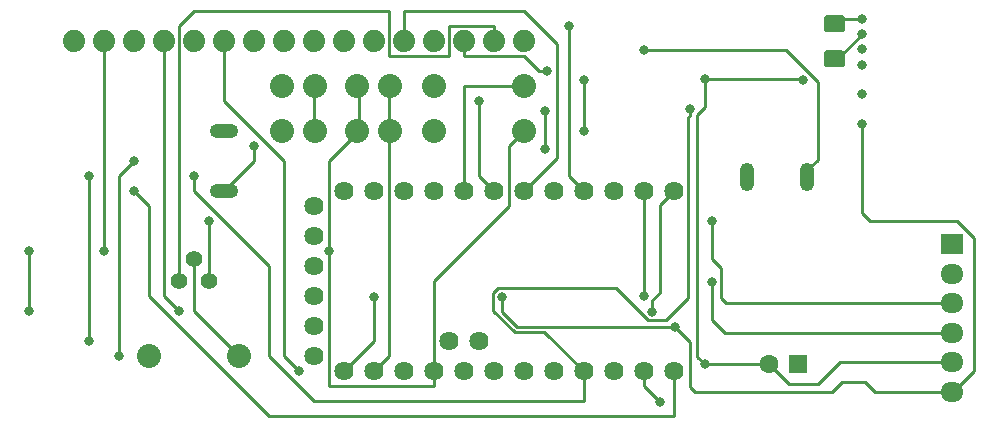
<source format=gtl>
G04 #@! TF.GenerationSoftware,KiCad,Pcbnew,(5.0.0)*
G04 #@! TF.CreationDate,2018-10-11T21:25:17+02:00*
G04 #@! TF.ProjectId,canbus,63616E6275732E6B696361645F706362,rev?*
G04 #@! TF.SameCoordinates,Original*
G04 #@! TF.FileFunction,Copper,L1,Top,Signal*
G04 #@! TF.FilePolarity,Positive*
%FSLAX46Y46*%
G04 Gerber Fmt 4.6, Leading zero omitted, Abs format (unit mm)*
G04 Created by KiCad (PCBNEW (5.0.0)) date 10/11/18 21:25:17*
%MOMM*%
%LPD*%
G01*
G04 APERTURE LIST*
G04 #@! TA.AperFunction,ComponentPad*
%ADD10O,1.219200X2.438400*%
G04 #@! TD*
G04 #@! TA.AperFunction,ComponentPad*
%ADD11C,2.032000*%
G04 #@! TD*
G04 #@! TA.AperFunction,ComponentPad*
%ADD12C,1.625600*%
G04 #@! TD*
G04 #@! TA.AperFunction,ComponentPad*
%ADD13O,1.950000X1.700000*%
G04 #@! TD*
G04 #@! TA.AperFunction,ComponentPad*
%ADD14R,1.950000X1.700000*%
G04 #@! TD*
G04 #@! TA.AperFunction,ComponentPad*
%ADD15R,1.600000X1.600000*%
G04 #@! TD*
G04 #@! TA.AperFunction,ComponentPad*
%ADD16C,1.600000*%
G04 #@! TD*
G04 #@! TA.AperFunction,ComponentPad*
%ADD17O,2.438400X1.219200*%
G04 #@! TD*
G04 #@! TA.AperFunction,ComponentPad*
%ADD18C,1.879600*%
G04 #@! TD*
G04 #@! TA.AperFunction,ComponentPad*
%ADD19C,1.422400*%
G04 #@! TD*
G04 #@! TA.AperFunction,Conductor*
%ADD20C,0.100000*%
G04 #@! TD*
G04 #@! TA.AperFunction,SMDPad,CuDef*
%ADD21C,1.425000*%
G04 #@! TD*
G04 #@! TA.AperFunction,ViaPad*
%ADD22C,0.800000*%
G04 #@! TD*
G04 #@! TA.AperFunction,Conductor*
%ADD23C,0.250000*%
G04 #@! TD*
G04 APERTURE END LIST*
D10*
G04 #@! TO.P,VQ2,1*
G04 #@! TO.N,Net-(C12-Pad2)*
X178257200Y-101600000D03*
G04 #@! TO.P,VQ2,2*
G04 #@! TO.N,Net-(C11-Pad2)*
X173177200Y-101600000D03*
G04 #@! TD*
D11*
G04 #@! TO.P,R1,P$2*
G04 #@! TO.N,VCC*
X154236100Y-97743600D03*
G04 #@! TO.P,R1,P$1*
G04 #@! TO.N,Net-(IC1-Pad17)*
X146616100Y-97743600D03*
G04 #@! TD*
G04 #@! TO.P,R3,P$1*
G04 #@! TO.N,VCC*
X146616100Y-93933600D03*
G04 #@! TO.P,R3,P$2*
G04 #@! TO.N,Net-(IC1-Pad12)*
X154236100Y-93933600D03*
G04 #@! TD*
G04 #@! TO.P,C1,2*
G04 #@! TO.N,GND*
X142918100Y-97743600D03*
G04 #@! TO.P,C1,1*
G04 #@! TO.N,VCC*
X140124100Y-97743600D03*
G04 #@! TD*
G04 #@! TO.P,C2,1*
G04 #@! TO.N,Net-(C2-Pad1)*
X133774100Y-93933600D03*
G04 #@! TO.P,C2,2*
G04 #@! TO.N,GND*
X136568100Y-93933600D03*
G04 #@! TD*
G04 #@! TO.P,C3,2*
G04 #@! TO.N,GND*
X136568100Y-97743600D03*
G04 #@! TO.P,C3,1*
G04 #@! TO.N,Net-(C3-Pad1)*
X133774100Y-97743600D03*
G04 #@! TD*
G04 #@! TO.P,C4,1*
G04 #@! TO.N,VCC*
X140124100Y-93933600D03*
G04 #@! TO.P,C4,2*
G04 #@! TO.N,GND*
X142918100Y-93933600D03*
G04 #@! TD*
D12*
G04 #@! TO.P,U$2,D10*
G04 #@! TO.N,Net-(IC1-Pad16)*
X166921100Y-118063600D03*
G04 #@! TO.P,U$2,D11*
G04 #@! TO.N,/MOSI*
X164381100Y-118063600D03*
G04 #@! TO.P,U$2,D12*
G04 #@! TO.N,/MISO*
X161841100Y-118063600D03*
G04 #@! TO.P,U$2,D13*
G04 #@! TO.N,/SCLK*
X159301100Y-118063600D03*
G04 #@! TO.P,U$2,A0*
G04 #@! TO.N,/E*
X156761100Y-118063600D03*
G04 #@! TO.P,U$2,A1*
G04 #@! TO.N,Net-(U$2-PadA1)*
X154221100Y-118063600D03*
G04 #@! TO.P,U$2,A2*
G04 #@! TO.N,Net-(U$2-PadA2)*
X151681100Y-118063600D03*
G04 #@! TO.P,U$2,A4*
G04 #@! TO.N,Net-(U$2-PadA4)*
X150411100Y-115523600D03*
G04 #@! TO.P,U$2,A3*
G04 #@! TO.N,Net-(U$2-PadA3)*
X149141100Y-118063600D03*
G04 #@! TO.P,U$2,A5*
G04 #@! TO.N,Net-(U$2-PadA5)*
X147871100Y-115523600D03*
G04 #@! TO.P,U$2,VCC1*
G04 #@! TO.N,VCC*
X146601100Y-118063600D03*
G04 #@! TO.P,U$2,RST1*
G04 #@! TO.N,Net-(U$2-PadRST1)*
X144061100Y-118063600D03*
G04 #@! TO.P,U$2,GND1*
G04 #@! TO.N,GND*
X141521100Y-118063600D03*
G04 #@! TO.P,U$2,RAW*
G04 #@! TO.N,/+12V*
X138981100Y-118063600D03*
G04 #@! TO.P,U$2,GRN*
G04 #@! TO.N,Net-(U$2-PadGRN)*
X136441100Y-116793600D03*
G04 #@! TO.P,U$2,TXO2*
G04 #@! TO.N,N/C*
X136441100Y-114253600D03*
G04 #@! TO.P,U$2,RXI2*
X136441100Y-111713600D03*
G04 #@! TO.P,U$2,VCC2*
X136441100Y-109173600D03*
G04 #@! TO.P,U$2,GND3*
X136441100Y-106633600D03*
G04 #@! TO.P,U$2,BLK*
X136441100Y-104093600D03*
G04 #@! TO.P,U$2,TXO*
G04 #@! TO.N,Net-(U$2-PadTXO)*
X138981100Y-102823600D03*
G04 #@! TO.P,U$2,RXI*
G04 #@! TO.N,Net-(U$2-PadRXI)*
X141521100Y-102823600D03*
G04 #@! TO.P,U$2,RST2*
G04 #@! TO.N,N/C*
X144061100Y-102823600D03*
G04 #@! TO.P,U$2,GND2*
X146601100Y-102823600D03*
G04 #@! TO.P,U$2,D2*
G04 #@! TO.N,Net-(IC1-Pad12)*
X149141100Y-102823600D03*
G04 #@! TO.P,U$2,D3*
G04 #@! TO.N,/DB4*
X151681100Y-102823600D03*
G04 #@! TO.P,U$2,D4*
G04 #@! TO.N,/DB5*
X154221100Y-102823600D03*
G04 #@! TO.P,U$2,D5*
G04 #@! TO.N,/DB6*
X156761100Y-102823600D03*
G04 #@! TO.P,U$2,D6*
G04 #@! TO.N,/VO*
X159301100Y-102823600D03*
G04 #@! TO.P,U$2,D7*
G04 #@! TO.N,/CS_VAN*
X161841100Y-102823600D03*
G04 #@! TO.P,U$2,D8*
G04 #@! TO.N,/RS*
X164381100Y-102823600D03*
G04 #@! TO.P,U$2,D9*
G04 #@! TO.N,Net-(R2-PadP$1)*
X166921100Y-102823600D03*
G04 #@! TD*
D13*
G04 #@! TO.P,J2,6*
G04 #@! TO.N,/+12V*
X190500000Y-119815000D03*
G04 #@! TO.P,J2,5*
G04 #@! TO.N,GND*
X190500000Y-117315000D03*
G04 #@! TO.P,J2,4*
G04 #@! TO.N,/CANH*
X190500000Y-114815000D03*
G04 #@! TO.P,J2,3*
G04 #@! TO.N,/CANL*
X190500000Y-112315000D03*
G04 #@! TO.P,J2,2*
G04 #@! TO.N,/DATA*
X190500000Y-109815000D03*
D14*
G04 #@! TO.P,J2,1*
G04 #@! TO.N,/DATAB*
X190500000Y-107315000D03*
G04 #@! TD*
D15*
G04 #@! TO.P,C14,1*
G04 #@! TO.N,Net-(C14-Pad1)*
X177495200Y-117449600D03*
D16*
G04 #@! TO.P,C14,2*
G04 #@! TO.N,GND*
X174995200Y-117449600D03*
G04 #@! TD*
D17*
G04 #@! TO.P,Q1,2*
G04 #@! TO.N,Net-(C2-Pad1)*
X128821100Y-97743600D03*
G04 #@! TO.P,Q1,1*
G04 #@! TO.N,Net-(C3-Pad1)*
X128821100Y-102823600D03*
G04 #@! TD*
D18*
G04 #@! TO.P,LCD1,1*
G04 #@! TO.N,GND*
X116121100Y-90123600D03*
G04 #@! TO.P,LCD1,2*
G04 #@! TO.N,VCC*
X118661100Y-90123600D03*
G04 #@! TO.P,LCD1,3*
G04 #@! TO.N,/VO*
X121201100Y-90123600D03*
G04 #@! TO.P,LCD1,4*
G04 #@! TO.N,/RS*
X123741100Y-90123600D03*
G04 #@! TO.P,LCD1,5*
G04 #@! TO.N,GND*
X126281100Y-90123600D03*
G04 #@! TO.P,LCD1,6*
G04 #@! TO.N,/E*
X128821100Y-90123600D03*
G04 #@! TO.P,LCD1,7*
G04 #@! TO.N,Net-(LCD1-Pad7)*
X131361100Y-90123600D03*
G04 #@! TO.P,LCD1,8*
G04 #@! TO.N,Net-(LCD1-Pad8)*
X133901100Y-90123600D03*
G04 #@! TO.P,LCD1,9*
G04 #@! TO.N,Net-(LCD1-Pad9)*
X136441100Y-90123600D03*
G04 #@! TO.P,LCD1,10*
G04 #@! TO.N,Net-(LCD1-Pad10)*
X138981100Y-90123600D03*
G04 #@! TO.P,LCD1,11*
G04 #@! TO.N,/DB4*
X141521100Y-90123600D03*
G04 #@! TO.P,LCD1,12*
G04 #@! TO.N,/DB5*
X144061100Y-90123600D03*
G04 #@! TO.P,LCD1,13*
G04 #@! TO.N,/DB6*
X146601100Y-90123600D03*
G04 #@! TO.P,LCD1,14*
G04 #@! TO.N,/CS_VAN*
X149141100Y-90123600D03*
G04 #@! TO.P,LCD1,15*
G04 #@! TO.N,/LED+*
X151681100Y-90123600D03*
G04 #@! TO.P,LCD1,16*
G04 #@! TO.N,GND*
X154221100Y-90123600D03*
G04 #@! TD*
D11*
G04 #@! TO.P,R2,P$2*
G04 #@! TO.N,Net-(Q2-Pad2)*
X130091100Y-116793600D03*
G04 #@! TO.P,R2,P$1*
G04 #@! TO.N,Net-(R2-PadP$1)*
X122471100Y-116793600D03*
G04 #@! TD*
D19*
G04 #@! TO.P,Q2,3*
G04 #@! TO.N,VCC*
X127551100Y-110443600D03*
G04 #@! TO.P,Q2,2*
G04 #@! TO.N,Net-(Q2-Pad2)*
X126281100Y-108538600D03*
G04 #@! TO.P,Q2,1*
G04 #@! TO.N,/LED+*
X125011100Y-110443600D03*
G04 #@! TD*
D20*
G04 #@! TO.N,Net-(C10-Pad2)*
G04 #@! TO.C,R8*
G36*
X181192704Y-90895404D02*
X181216973Y-90899004D01*
X181240771Y-90904965D01*
X181263871Y-90913230D01*
X181286049Y-90923720D01*
X181307093Y-90936333D01*
X181326798Y-90950947D01*
X181344977Y-90967423D01*
X181361453Y-90985602D01*
X181376067Y-91005307D01*
X181388680Y-91026351D01*
X181399170Y-91048529D01*
X181407435Y-91071629D01*
X181413396Y-91095427D01*
X181416996Y-91119696D01*
X181418200Y-91144200D01*
X181418200Y-92069200D01*
X181416996Y-92093704D01*
X181413396Y-92117973D01*
X181407435Y-92141771D01*
X181399170Y-92164871D01*
X181388680Y-92187049D01*
X181376067Y-92208093D01*
X181361453Y-92227798D01*
X181344977Y-92245977D01*
X181326798Y-92262453D01*
X181307093Y-92277067D01*
X181286049Y-92289680D01*
X181263871Y-92300170D01*
X181240771Y-92308435D01*
X181216973Y-92314396D01*
X181192704Y-92317996D01*
X181168200Y-92319200D01*
X179918200Y-92319200D01*
X179893696Y-92317996D01*
X179869427Y-92314396D01*
X179845629Y-92308435D01*
X179822529Y-92300170D01*
X179800351Y-92289680D01*
X179779307Y-92277067D01*
X179759602Y-92262453D01*
X179741423Y-92245977D01*
X179724947Y-92227798D01*
X179710333Y-92208093D01*
X179697720Y-92187049D01*
X179687230Y-92164871D01*
X179678965Y-92141771D01*
X179673004Y-92117973D01*
X179669404Y-92093704D01*
X179668200Y-92069200D01*
X179668200Y-91144200D01*
X179669404Y-91119696D01*
X179673004Y-91095427D01*
X179678965Y-91071629D01*
X179687230Y-91048529D01*
X179697720Y-91026351D01*
X179710333Y-91005307D01*
X179724947Y-90985602D01*
X179741423Y-90967423D01*
X179759602Y-90950947D01*
X179779307Y-90936333D01*
X179800351Y-90923720D01*
X179822529Y-90913230D01*
X179845629Y-90904965D01*
X179869427Y-90899004D01*
X179893696Y-90895404D01*
X179918200Y-90894200D01*
X181168200Y-90894200D01*
X181192704Y-90895404D01*
X181192704Y-90895404D01*
G37*
D21*
G04 #@! TD*
G04 #@! TO.P,R8,2*
G04 #@! TO.N,Net-(C10-Pad2)*
X180543200Y-91606700D03*
D20*
G04 #@! TO.N,/DATA*
G04 #@! TO.C,R8*
G36*
X181192704Y-87920404D02*
X181216973Y-87924004D01*
X181240771Y-87929965D01*
X181263871Y-87938230D01*
X181286049Y-87948720D01*
X181307093Y-87961333D01*
X181326798Y-87975947D01*
X181344977Y-87992423D01*
X181361453Y-88010602D01*
X181376067Y-88030307D01*
X181388680Y-88051351D01*
X181399170Y-88073529D01*
X181407435Y-88096629D01*
X181413396Y-88120427D01*
X181416996Y-88144696D01*
X181418200Y-88169200D01*
X181418200Y-89094200D01*
X181416996Y-89118704D01*
X181413396Y-89142973D01*
X181407435Y-89166771D01*
X181399170Y-89189871D01*
X181388680Y-89212049D01*
X181376067Y-89233093D01*
X181361453Y-89252798D01*
X181344977Y-89270977D01*
X181326798Y-89287453D01*
X181307093Y-89302067D01*
X181286049Y-89314680D01*
X181263871Y-89325170D01*
X181240771Y-89333435D01*
X181216973Y-89339396D01*
X181192704Y-89342996D01*
X181168200Y-89344200D01*
X179918200Y-89344200D01*
X179893696Y-89342996D01*
X179869427Y-89339396D01*
X179845629Y-89333435D01*
X179822529Y-89325170D01*
X179800351Y-89314680D01*
X179779307Y-89302067D01*
X179759602Y-89287453D01*
X179741423Y-89270977D01*
X179724947Y-89252798D01*
X179710333Y-89233093D01*
X179697720Y-89212049D01*
X179687230Y-89189871D01*
X179678965Y-89166771D01*
X179673004Y-89142973D01*
X179669404Y-89118704D01*
X179668200Y-89094200D01*
X179668200Y-88169200D01*
X179669404Y-88144696D01*
X179673004Y-88120427D01*
X179678965Y-88096629D01*
X179687230Y-88073529D01*
X179697720Y-88051351D01*
X179710333Y-88030307D01*
X179724947Y-88010602D01*
X179741423Y-87992423D01*
X179759602Y-87975947D01*
X179779307Y-87961333D01*
X179800351Y-87948720D01*
X179822529Y-87938230D01*
X179845629Y-87929965D01*
X179869427Y-87924004D01*
X179893696Y-87920404D01*
X179918200Y-87919200D01*
X181168200Y-87919200D01*
X181192704Y-87920404D01*
X181192704Y-87920404D01*
G37*
D21*
G04 #@! TD*
G04 #@! TO.P,R8,1*
G04 #@! TO.N,/DATA*
X180543200Y-88631700D03*
D22*
G04 #@! TO.N,GND*
X169545000Y-117475000D03*
X169545000Y-93345000D03*
X182880000Y-92135204D03*
X177901600Y-93421200D03*
G04 #@! TO.N,VCC*
X159308800Y-93421200D03*
X159308800Y-97739200D03*
X127551100Y-105363600D03*
X118661100Y-107903600D03*
X137711100Y-107903600D03*
G04 #@! TO.N,Net-(C3-Pad1)*
X131361100Y-99013600D03*
G04 #@! TO.N,Net-(IC1-Pad16)*
X121201100Y-102823600D03*
G04 #@! TO.N,Net-(IC1-Pad1)*
X112311100Y-107903600D03*
X112311100Y-112983600D03*
G04 #@! TO.N,/DB6*
X156057600Y-99212400D03*
X156057600Y-96012000D03*
G04 #@! TO.N,/DB4*
X150411100Y-95203600D03*
G04 #@! TO.N,/E*
X135171100Y-118063600D03*
G04 #@! TO.N,/RS*
X164381100Y-111713600D03*
X125011100Y-112983600D03*
G04 #@! TO.N,/VO*
X158031100Y-88853600D03*
G04 #@! TO.N,Net-(R2-PadP$1)*
X165100000Y-113030000D03*
G04 #@! TO.N,/CANH*
X170180000Y-110490000D03*
G04 #@! TO.N,/CANL*
X170180000Y-105363600D03*
G04 #@! TO.N,/MISO*
X117391100Y-101553600D03*
X117391100Y-115523600D03*
G04 #@! TO.N,/MOSI*
X165735000Y-120650000D03*
X121201100Y-100283600D03*
X119931100Y-116793600D03*
G04 #@! TO.N,/SCLK*
X168275000Y-95885000D03*
X126281100Y-101553600D03*
G04 #@! TO.N,Net-(C12-Pad2)*
X164439600Y-90881200D03*
G04 #@! TO.N,Net-(C10-Pad2)*
X182880000Y-89535000D03*
G04 #@! TO.N,/CS_VAN*
X156210000Y-92663600D03*
G04 #@! TO.N,/+12V*
X141521100Y-111760000D03*
X152400000Y-111760000D03*
X167005000Y-114300000D03*
X182880000Y-97155000D03*
G04 #@! TO.N,/DATA*
X182880000Y-88265000D03*
G04 #@! TO.N,/DATAB*
X182880000Y-90805000D03*
G04 #@! TO.N,Net-(MTC1-Pad6)*
X182880000Y-94615000D03*
G04 #@! TD*
D23*
G04 #@! TO.N,GND*
X136441100Y-93933600D02*
X136441100Y-97743600D01*
X136441100Y-97743600D02*
X136568100Y-97743600D01*
X136568100Y-93933600D02*
X136441100Y-93933600D01*
X142918100Y-97743600D02*
X142791100Y-97743600D01*
X142791100Y-93933600D02*
X142918100Y-93933600D01*
X142791100Y-97743600D02*
X142791100Y-93933600D01*
X142791100Y-116793600D02*
X141521100Y-118063600D01*
X142791100Y-97743600D02*
X142791100Y-116793600D01*
X168910000Y-96323002D02*
X169545000Y-95688002D01*
X168910000Y-116840000D02*
X168910000Y-96323002D01*
X169545000Y-117475000D02*
X168910000Y-116840000D01*
X169545000Y-95688002D02*
X169545000Y-93345000D01*
X174969800Y-117475000D02*
X174995200Y-117449600D01*
X169545000Y-117475000D02*
X174969800Y-117475000D01*
X190500000Y-117315000D02*
X180982600Y-117315000D01*
X180982600Y-117315000D02*
X179171600Y-119126000D01*
X176671600Y-119126000D02*
X174995200Y-117449600D01*
X179171600Y-119126000D02*
X176671600Y-119126000D01*
X177825400Y-93345000D02*
X177901600Y-93421200D01*
X169545000Y-93345000D02*
X177825400Y-93345000D01*
G04 #@! TO.N,VCC*
X127551100Y-105363600D02*
X127551100Y-110443600D01*
X118661100Y-90123600D02*
X118661100Y-107903600D01*
X137711100Y-107903600D02*
X137711100Y-100283600D01*
X137711100Y-100283600D02*
X140251100Y-97743600D01*
X140251100Y-97743600D02*
X140124100Y-97743600D01*
X140251100Y-93933600D02*
X140124100Y-93933600D01*
X140251100Y-97743600D02*
X140251100Y-93933600D01*
X137711100Y-107903600D02*
X137711100Y-119333600D01*
X152951100Y-104093600D02*
X152951100Y-99013600D01*
X154221100Y-97743600D02*
X154236100Y-97743600D01*
X152951100Y-99013600D02*
X154221100Y-97743600D01*
X146601100Y-110443600D02*
X152951100Y-104093600D01*
X146601100Y-118063600D02*
X146601100Y-110443600D01*
X146601100Y-119333600D02*
X146601100Y-118063600D01*
X137711100Y-119333600D02*
X146601100Y-119333600D01*
X159308800Y-97739200D02*
X159308800Y-93421200D01*
G04 #@! TO.N,Net-(C3-Pad1)*
X131361100Y-100283600D02*
X128821100Y-102823600D01*
X131361100Y-99013600D02*
X131361100Y-100283600D01*
G04 #@! TO.N,Net-(IC1-Pad16)*
X122471100Y-104093600D02*
X121201100Y-102823600D01*
X122471100Y-111713600D02*
X122471100Y-104093600D01*
X132631100Y-121873600D02*
X122471100Y-111713600D01*
X132631100Y-121873600D02*
X166921100Y-121873600D01*
X166921100Y-121873600D02*
X166921100Y-118063600D01*
G04 #@! TO.N,Net-(IC1-Pad12)*
X149141100Y-93933600D02*
X154236100Y-93933600D01*
X149141100Y-102823600D02*
X149141100Y-93933600D01*
G04 #@! TO.N,Net-(IC1-Pad1)*
X112311100Y-112983600D02*
X112311100Y-107903600D01*
G04 #@! TO.N,/LED+*
X125011100Y-110443600D02*
X125011100Y-88853600D01*
X125011100Y-88853600D02*
X126281100Y-87583600D01*
X126281100Y-87583600D02*
X142791100Y-87583600D01*
X142791100Y-87583600D02*
X142791100Y-91393600D01*
X142791100Y-91393600D02*
X147871100Y-91393600D01*
X147871100Y-91393600D02*
X147871100Y-88853600D01*
X147871100Y-88853600D02*
X151681100Y-88853600D01*
X151681100Y-88853600D02*
X151681100Y-90123600D01*
G04 #@! TO.N,/DB6*
X156057600Y-96577685D02*
X156057600Y-99212400D01*
X156057600Y-96012000D02*
X156057600Y-96577685D01*
G04 #@! TO.N,/DB5*
X157022800Y-100021900D02*
X156054300Y-100990400D01*
X156054300Y-100990400D02*
X156761100Y-100283600D01*
X154221100Y-102823600D02*
X156054300Y-100990400D01*
X144061100Y-90123600D02*
X144061100Y-87583600D01*
X144061100Y-87583600D02*
X154221100Y-87583600D01*
X154221100Y-87583600D02*
X157022800Y-90385300D01*
X157022800Y-90385300D02*
X157022800Y-100021900D01*
G04 #@! TO.N,/DB4*
X150411100Y-101553600D02*
X151681100Y-102823600D01*
X150411100Y-101553600D02*
X150411100Y-95203600D01*
G04 #@! TO.N,/E*
X133901100Y-100283600D02*
X128821100Y-95203600D01*
X128821100Y-95203600D02*
X128821100Y-90123600D01*
X133901100Y-116793600D02*
X133901100Y-100283600D01*
X135171100Y-118063600D02*
X133901100Y-116793600D01*
G04 #@! TO.N,/RS*
X125011100Y-112983600D02*
X123741100Y-111713600D01*
X123741100Y-111713600D02*
X123741100Y-90123600D01*
X164381100Y-103973072D02*
X164381100Y-111713600D01*
X164381100Y-102823600D02*
X164381100Y-103973072D01*
G04 #@! TO.N,/VO*
X158031100Y-101553600D02*
X159301100Y-102823600D01*
X158031100Y-88853600D02*
X158031100Y-101553600D01*
G04 #@! TO.N,Net-(Q2-Pad2)*
X130091100Y-116793600D02*
X126281100Y-112983600D01*
X126281100Y-112983600D02*
X126281100Y-108538600D01*
G04 #@! TO.N,Net-(R2-PadP$1)*
X165100000Y-112067702D02*
X165735000Y-111432702D01*
X165100000Y-113030000D02*
X165100000Y-112067702D01*
X165735000Y-104009700D02*
X166921100Y-102823600D01*
X165735000Y-111432702D02*
X165735000Y-104009700D01*
G04 #@! TO.N,/CANH*
X170180000Y-110490000D02*
X170180000Y-113741200D01*
X171253800Y-114815000D02*
X190500000Y-114815000D01*
X170180000Y-113741200D02*
X171253800Y-114815000D01*
G04 #@! TO.N,/CANL*
X170180000Y-105363600D02*
X170180000Y-108585000D01*
X170905001Y-109310001D02*
X170905001Y-111850001D01*
X170180000Y-108585000D02*
X170905001Y-109310001D01*
X171370000Y-112315000D02*
X180340000Y-112315000D01*
X170905001Y-111850001D02*
X171370000Y-112315000D01*
X180340000Y-112315000D02*
X190500000Y-112315000D01*
G04 #@! TO.N,/MISO*
X117391100Y-115523600D02*
X117391100Y-101553600D01*
G04 #@! TO.N,/MOSI*
X119931100Y-101553600D02*
X119931100Y-116793600D01*
X121201100Y-100283600D02*
X119931100Y-101553600D01*
X164381100Y-119296100D02*
X165735000Y-120650000D01*
X164381100Y-118063600D02*
X164381100Y-119296100D01*
G04 #@! TO.N,/SCLK*
X159301100Y-120603600D02*
X159301100Y-118063600D01*
X136441100Y-120603600D02*
X159301100Y-120603600D01*
X126281100Y-102823600D02*
X126281100Y-101553600D01*
X132631100Y-116793600D02*
X136441100Y-120603600D01*
X132631100Y-116793600D02*
X132631100Y-109173600D01*
X132631100Y-109173600D02*
X126281100Y-102823600D01*
X168184999Y-111850001D02*
X168184999Y-96540686D01*
X168275000Y-96450685D02*
X168275000Y-95885000D01*
X164751999Y-113755001D02*
X166279999Y-113755001D01*
X152051999Y-111034999D02*
X162031997Y-111034999D01*
X151674999Y-112941409D02*
X151674999Y-111411999D01*
X166279999Y-113755001D02*
X168184999Y-111850001D01*
X153483599Y-114750009D02*
X151674999Y-112941409D01*
X151674999Y-111411999D02*
X152051999Y-111034999D01*
X155987510Y-114750010D02*
X153483599Y-114750009D01*
X168184999Y-96540686D02*
X168275000Y-96450685D01*
X162031997Y-111034999D02*
X164751999Y-113755001D01*
X159301100Y-118063600D02*
X155987510Y-114750010D01*
G04 #@! TO.N,Net-(C12-Pad2)*
X165005285Y-90881200D02*
X164439600Y-90881200D01*
X176434602Y-90881200D02*
X165005285Y-90881200D01*
X179116800Y-93563398D02*
X176434602Y-90881200D01*
X179116800Y-100130800D02*
X179116800Y-93563398D01*
X178257200Y-100990400D02*
X179116800Y-100130800D01*
X178257200Y-101600000D02*
X178257200Y-100990400D01*
G04 #@! TO.N,Net-(C10-Pad2)*
X180808300Y-91606700D02*
X180543200Y-91606700D01*
X182880000Y-89535000D02*
X180808300Y-91606700D01*
G04 #@! TO.N,/CS_VAN*
X154221100Y-91393600D02*
X155491100Y-92663600D01*
X149141100Y-91393600D02*
X154221100Y-91393600D01*
X149141100Y-91393600D02*
X149141100Y-90123600D01*
X156210000Y-92663600D02*
X155491100Y-92663600D01*
G04 #@! TO.N,/+12V*
X152400000Y-111760000D02*
X152400000Y-113030000D01*
X152400000Y-113030000D02*
X153670000Y-114300000D01*
X141521100Y-115523600D02*
X141521100Y-111760000D01*
X138981100Y-118063600D02*
X141521100Y-115523600D01*
X166370000Y-114300000D02*
X167005000Y-114300000D01*
X153670000Y-114300000D02*
X166370000Y-114300000D01*
X168275000Y-119380000D02*
X168710000Y-119815000D01*
X167005000Y-114300000D02*
X168275000Y-115570000D01*
X168275000Y-115570000D02*
X168275000Y-119380000D01*
X190625000Y-119815000D02*
X192379600Y-118060400D01*
X190500000Y-119815000D02*
X190625000Y-119815000D01*
X192379600Y-106784598D02*
X190903402Y-105308400D01*
X192379600Y-118060400D02*
X192379600Y-106784598D01*
X190903402Y-105308400D02*
X183540400Y-105308400D01*
X182880000Y-104648000D02*
X182880000Y-97155000D01*
X183540400Y-105308400D02*
X182880000Y-104648000D01*
X168710000Y-119815000D02*
X180362200Y-119815000D01*
X180362200Y-119815000D02*
X181203600Y-118973600D01*
X181203600Y-118973600D02*
X183134000Y-118973600D01*
X183975400Y-119815000D02*
X190500000Y-119815000D01*
X183134000Y-118973600D02*
X183975400Y-119815000D01*
G04 #@! TO.N,/DATA*
X180909900Y-88265000D02*
X180543200Y-88631700D01*
X182880000Y-88265000D02*
X180909900Y-88265000D01*
G04 #@! TD*
M02*

</source>
